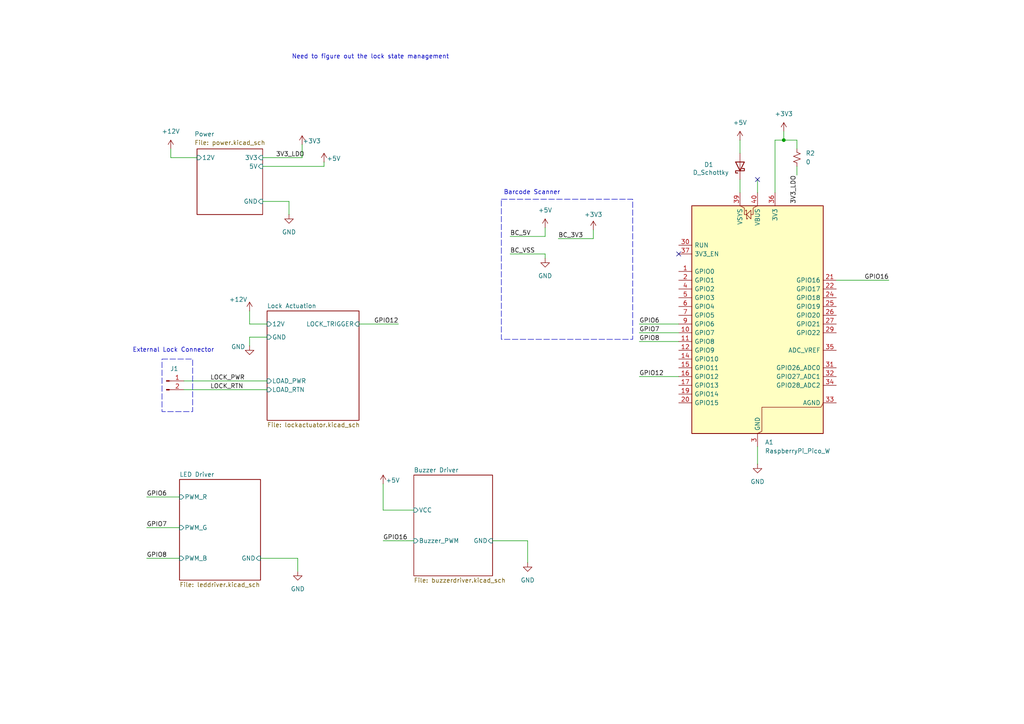
<source format=kicad_sch>
(kicad_sch (version 20250114) (generator "eeschema") (generator_version "9.0")
  (paper "A4")
  (lib_symbols
    (symbol "Connector:Conn_01x02_Pin" (pin_names (offset 1.016) (hide yes))
      (property "Reference" "J" (at 0 2.54 0))
      (property "Value" "Conn_01x02_Pin" (at 0 -5.08 0))
      (symbol "Conn_01x02_Pin_1_1"
        (rectangle (start 0.8636 0.127) (end 0 -0.127) (stroke (width 0.1524)) (fill (type outline)))
        (rectangle (start 0.8636 -2.413) (end 0 -2.667) (stroke (width 0.1524)) (fill (type outline)))
        (polyline (pts (xy 1.27 0) (xy 0.8636 0)) (stroke (width 0.1524)))
        (polyline (pts (xy 1.27 -2.54) (xy 0.8636 -2.54)) (stroke (width 0.1524)))
        (pin passive line (at 5.08 0 180) (length 3.81) (name "Pin_1") (number "1"))
        (pin passive line (at 5.08 -2.54 180) (length 3.81) (name "Pin_2") (number "2"))
      )
    )
    (symbol "Device:D_Schottky" (pin_numbers (hide yes)) (pin_names (offset 1.016) (hide yes))
      (property "Reference" "D" (at 0 2.54 0))
      (property "Value" "D_Schottky" (at 0 -2.54 0))
      (symbol "D_Schottky_0_1"
        (polyline (pts (xy -1.905 0.635) (xy -1.905 1.27) (xy -1.27 1.27) (xy -1.27 -1.27) (xy -0.635 -1.27) (xy -0.635 -0.635)) (stroke (width 0.254)))
        (polyline (pts (xy 1.27 1.27) (xy 1.27 -1.27) (xy -1.27 0) (xy 1.27 1.27)) (stroke (width 0.254)))
        (polyline (pts (xy 1.27 0) (xy -1.27 0)))
      )
      (symbol "D_Schottky_1_1"
        (pin passive line (at -3.81 0 0) (length 2.54) (name "K") (number "1"))
        (pin passive line (at 3.81 0 180) (length 2.54) (name "A") (number "2"))
      )
    )
    (symbol "Device:R_Small_US" (pin_numbers (hide yes)) (pin_names (offset 0.254) (hide yes))
      (property "Reference" "R" (at 0.762 0.508 0))
      (property "Value" "R_Small_US" (at 0.762 -1.016 0))
      (symbol "R_Small_US_1_1"
        (polyline (pts (xy 0 1.524) (xy 1.016 1.143) (xy 0 0.762) (xy -1.016 0.381) (xy 0 0)))
        (polyline (pts (xy 0 0) (xy 1.016 -0.381) (xy 0 -0.762) (xy -1.016 -1.143) (xy 0 -1.524)))
        (pin passive line (at 0 2.54 270) (length 1.016) (name "~") (number "1"))
        (pin passive line (at 0 -2.54 90) (length 1.016) (name "~") (number "2"))
      )
    )
    (symbol "MCU_Module:RaspberryPi_Pico_W" (pin_names (offset 0.762))
      (property "Reference" "A" (at -19.05 35.56 0))
      (property "Value" "RaspberryPi_Pico_W" (at 7.62 35.56 0))
      (symbol "RaspberryPi_Pico_W_0_1"
        (rectangle (start -19.05 34.29) (end 19.05 -31.75) (stroke (width 0.254)) (fill (type background)))
        (polyline (pts (xy -5.08 34.29) (xy -3.81 33.655) (xy -3.81 31.75) (xy -3.175 31.75)))
        (polyline (pts (xy -3.429 32.766) (xy -3.429 33.02) (xy -3.175 33.02) (xy -3.175 30.48) (xy -2.921 30.48) (xy -2.921 30.734)))
        (polyline (pts (xy -3.175 31.75) (xy -1.905 33.02) (xy -1.905 30.48) (xy -3.175 31.75)))
        (polyline (pts (xy 0 34.29) (xy -1.27 33.655) (xy -1.27 31.75) (xy -1.905 31.75)))
        (polyline (pts (xy 0 -31.75) (xy 1.27 -31.115) (xy 1.27 -24.13) (xy 18.415 -24.13) (xy 19.05 -22.86)))
      )
      (symbol "RaspberryPi_Pico_W_1_1"
        (pin passive line (at -22.86 22.86 0) (length 3.81) (name "RUN") (number "30"))
        (pin passive line (at -22.86 20.32 0) (length 3.81) (name "3V3_EN") (number "37"))
        (pin bidirectional line (at -22.86 15.24 0) (length 3.81) (name "GPIO0") (number "1"))
        (pin bidirectional line (at -22.86 12.7 0) (length 3.81) (name "GPIO1") (number "2"))
        (pin bidirectional line (at -22.86 10.16 0) (length 3.81) (name "GPIO2") (number "4"))
        (pin bidirectional line (at -22.86 7.62 0) (length 3.81) (name "GPIO3") (number "5"))
        (pin bidirectional line (at -22.86 5.08 0) (length 3.81) (name "GPIO4") (number "6"))
        (pin bidirectional line (at -22.86 2.54 0) (length 3.81) (name "GPIO5") (number "7"))
        (pin bidirectional line (at -22.86 0 0) (length 3.81) (name "GPIO6") (number "9"))
        (pin bidirectional line (at -22.86 -2.54 0) (length 3.81) (name "GPIO7") (number "10"))
        (pin bidirectional line (at -22.86 -5.08 0) (length 3.81) (name "GPIO8") (number "11"))
        (pin bidirectional line (at -22.86 -7.62 0) (length 3.81) (name "GPIO9") (number "12"))
        (pin bidirectional line (at -22.86 -10.16 0) (length 3.81) (name "GPIO10") (number "14"))
        (pin bidirectional line (at -22.86 -12.7 0) (length 3.81) (name "GPIO11") (number "15"))
        (pin bidirectional line (at -22.86 -15.24 0) (length 3.81) (name "GPIO12") (number "16"))
        (pin bidirectional line (at -22.86 -17.78 0) (length 3.81) (name "GPIO13") (number "17"))
        (pin bidirectional line (at -22.86 -20.32 0) (length 3.81) (name "GPIO14") (number "19"))
        (pin bidirectional line (at -22.86 -22.86 0) (length 3.81) (name "GPIO15") (number "20"))
        (pin power_in line (at -5.08 38.1 270) (length 3.81) (name "VSYS") (number "39"))
        (pin power_out line (at 0 38.1 270) (length 3.81) (name "VBUS") (number "40"))
        (pin passive line (at 0 -35.56 90) (length 3.81) (hide yes) (name "GND") (number "13"))
        (pin passive line (at 0 -35.56 90) (length 3.81) (hide yes) (name "GND") (number "18"))
        (pin passive line (at 0 -35.56 90) (length 3.81) (hide yes) (name "GND") (number "23"))
        (pin passive line (at 0 -35.56 90) (length 3.81) (hide yes) (name "GND") (number "28"))
        (pin power_out line (at 0 -35.56 90) (length 3.81) (name "GND") (number "3"))
        (pin passive line (at 0 -35.56 90) (length 3.81) (hide yes) (name "GND") (number "38"))
        (pin passive line (at 0 -35.56 90) (length 3.81) (hide yes) (name "GND") (number "8"))
        (pin power_out line (at 5.08 38.1 270) (length 3.81) (name "3V3") (number "36"))
        (pin bidirectional line (at 22.86 12.7 180) (length 3.81) (name "GPIO16") (number "21"))
        (pin bidirectional line (at 22.86 10.16 180) (length 3.81) (name "GPIO17") (number "22"))
        (pin bidirectional line (at 22.86 7.62 180) (length 3.81) (name "GPIO18") (number "24"))
        (pin bidirectional line (at 22.86 5.08 180) (length 3.81) (name "GPIO19") (number "25"))
        (pin bidirectional line (at 22.86 2.54 180) (length 3.81) (name "GPIO20") (number "26"))
        (pin bidirectional line (at 22.86 0 180) (length 3.81) (name "GPIO21") (number "27"))
        (pin bidirectional line (at 22.86 -2.54 180) (length 3.81) (name "GPIO22") (number "29"))
        (pin power_in line (at 22.86 -7.62 180) (length 3.81) (name "ADC_VREF") (number "35"))
        (pin bidirectional line (at 22.86 -12.7 180) (length 3.81) (name "GPIO26_ADC0") (number "31"))
        (pin bidirectional line (at 22.86 -15.24 180) (length 3.81) (name "GPIO27_ADC1") (number "32"))
        (pin bidirectional line (at 22.86 -17.78 180) (length 3.81) (name "GPIO28_ADC2") (number "34"))
        (pin power_out line (at 22.86 -22.86 180) (length 3.81) (name "AGND") (number "33"))
      )
    )
    (symbol "power:+3V3" (power) (pin_numbers (hide yes)) (pin_names (offset 0) (hide yes))
      (property "Value" "+3V3" (at 0 3.556 0))
      (symbol "+3V3_0_1"
        (polyline (pts (xy -0.762 1.27) (xy 0 2.54)))
        (polyline (pts (xy 0 2.54) (xy 0.762 1.27)))
        (polyline (pts (xy 0 0) (xy 0 2.54)))
      )
      (symbol "+3V3_1_1"
        (pin power_in line (at 0 0 90) (length 0) (name "~") (number "1"))
      )
    )
    (symbol "power:+5V" (power) (pin_numbers (hide yes)) (pin_names (offset 0) (hide yes))
      (property "Value" "+5V" (at 0 3.556 0))
      (symbol "+5V_0_1"
        (polyline (pts (xy -0.762 1.27) (xy 0 2.54)))
        (polyline (pts (xy 0 2.54) (xy 0.762 1.27)))
        (polyline (pts (xy 0 0) (xy 0 2.54)))
      )
      (symbol "+5V_1_1"
        (pin power_in line (at 0 0 90) (length 0) (name "~") (number "1"))
      )
    )
    (symbol "power:GND" (power) (pin_numbers (hide yes)) (pin_names (offset 0) (hide yes))
      (property "Value" "GND" (at 0 -3.81 0))
      (symbol "GND_0_1"
        (polyline (pts (xy 0 0) (xy 0 -1.27) (xy 1.27 -1.27) (xy 0 -2.54) (xy -1.27 -1.27) (xy 0 -1.27)))
      )
      (symbol "GND_1_1"
        (pin power_in line (at 0 0 270) (length 0) (name "~") (number "1"))
      )
    )
  )
  (rectangle (start 46.99 104.14) (end 55.88 119.38) (stroke (width 0) (type dash)))
  (rectangle (start 145.415 57.785) (end 183.515 98.425) (stroke (width 0) (type dash)))
  (text "External Lock Connector\n" (at 50.292 101.6 0) (effects (font (size 1.27 1.27))))
  (text "Barcode Scanner\n" (at 154.305 55.88 0) (effects (font (size 1.27 1.27))))
  (text "Need to figure out the lock state management\n" (at 107.442 16.51 0) (effects (font (size 1.27 1.27))))
  (junction (at 227.33 40.64))
  (no_connect (at 196.85 73.66))
  (no_connect (at 219.71 52.07))
  (wire (pts (xy 104.14 93.98) (xy 115.57 93.98)))
  (wire (pts (xy 242.57 81.28) (xy 257.81 81.28)))
  (wire (pts (xy 158.115 66.04) (xy 158.115 68.58)))
  (wire (pts (xy 185.42 93.98) (xy 196.85 93.98)))
  (wire (pts (xy 57.15 45.72) (xy 49.53 45.72)))
  (wire (pts (xy 142.875 156.845) (xy 153.035 156.845)))
  (wire (pts (xy 111.125 140.335) (xy 111.125 147.955)))
  (wire (pts (xy 227.33 40.64) (xy 231.14 40.64)))
  (wire (pts (xy 75.565 161.925) (xy 86.36 161.925)))
  (wire (pts (xy 87.63 41.91) (xy 87.63 45.72)))
  (wire (pts (xy 227.33 40.64) (xy 224.79 40.64)))
  (wire (pts (xy 111.125 147.955) (xy 120.015 147.955)))
  (wire (pts (xy 76.2 45.72) (xy 87.63 45.72)))
  (wire (pts (xy 76.2 48.26) (xy 93.98 48.26)))
  (wire (pts (xy 219.71 52.07) (xy 219.71 55.88)))
  (wire (pts (xy 185.42 99.06) (xy 196.85 99.06)))
  (wire (pts (xy 42.545 161.925) (xy 52.07 161.925)))
  (wire (pts (xy 172.085 66.675) (xy 172.085 69.215)))
  (wire (pts (xy 214.63 40.64) (xy 214.63 44.45)))
  (wire (pts (xy 153.035 156.845) (xy 153.035 163.195)))
  (wire (pts (xy 231.14 48.26) (xy 231.14 50.8)))
  (wire (pts (xy 53.34 110.49) (xy 77.47 110.49)))
  (wire (pts (xy 77.47 93.98) (xy 72.39 93.98)))
  (wire (pts (xy 185.42 96.52) (xy 196.85 96.52)))
  (wire (pts (xy 227.33 38.1) (xy 227.33 40.64)))
  (wire (pts (xy 42.545 153.035) (xy 52.07 153.035)))
  (wire (pts (xy 72.39 97.79) (xy 72.39 100.33)))
  (wire (pts (xy 77.47 97.79) (xy 72.39 97.79)))
  (wire (pts (xy 214.63 52.07) (xy 214.63 55.88)))
  (wire (pts (xy 72.39 90.17) (xy 72.39 93.98)))
  (wire (pts (xy 231.14 40.64) (xy 231.14 43.18)))
  (wire (pts (xy 147.955 73.66) (xy 158.115 73.66)))
  (wire (pts (xy 76.2 58.42) (xy 83.82 58.42)))
  (wire (pts (xy 83.82 58.42) (xy 83.82 62.23)))
  (wire (pts (xy 158.115 73.66) (xy 158.115 74.93)))
  (wire (pts (xy 49.53 45.72) (xy 49.53 43.18)))
  (wire (pts (xy 219.71 129.54) (xy 219.71 134.62)))
  (wire (pts (xy 53.34 113.03) (xy 77.47 113.03)))
  (wire (pts (xy 93.98 48.26) (xy 93.98 46.99)))
  (wire (pts (xy 161.925 69.215) (xy 172.085 69.215)))
  (wire (pts (xy 111.125 156.845) (xy 120.015 156.845)))
  (wire (pts (xy 147.955 68.58) (xy 158.115 68.58)))
  (wire (pts (xy 224.79 40.64) (xy 224.79 55.88)))
  (wire (pts (xy 86.36 161.925) (xy 86.36 165.735)))
  (wire (pts (xy 185.42 109.22) (xy 196.85 109.22)))
  (wire (pts (xy 42.545 144.145) (xy 52.07 144.145)))
  (label "GPIO7" (at 185.42 96.52 0))
  (label "LOCK_PWR" (at 60.96 110.49 0))
  (label "LOCK_RTN" (at 60.96 113.03 0))
  (label "3V3_LDO" (at 80.01 45.72 0))
  (label "GPIO8" (at 42.545 161.925 0))
  (label "BC_5V" (at 147.955 68.58 0))
  (label "GPIO8" (at 185.42 99.06 0))
  (label "GPIO12" (at 185.42 109.22 0))
  (label "GPIO16" (at 111.125 156.845 0))
  (label "GPIO12" (at 115.57 93.98 180))
  (label "3V3_LDO" (at 231.14 50.8 270))
  (label "GPIO6" (at 185.42 93.98 0))
  (label "BC_3V3" (at 161.925 69.215 0))
  (label "GPIO16" (at 257.81 81.28 180))
  (label "BC_VSS" (at 147.955 73.66 0))
  (label "GPIO7" (at 42.545 153.035 0))
  (label "GPIO6" (at 42.545 144.145 0))
  (symbol (lib_id "power:GND") (at 83.82 62.23 0) (unit 1)
    (property "Reference" "#PWR048" (effects (hide yes)))
    (property "Value" "GND" (at 83.82 67.31 0))
    (property "Description" "Power symbol creates a global label with name \"GND\" , ground" (effects (hide yes)))
  )
  (symbol (lib_id "power:+3V3") (at 87.63 41.91 0) (unit 1)
    (property "Reference" "#PWR018" (effects (hide yes)))
    (property "Value" "+3V3" (at 90.424 40.894 0))
    (property "Description" "Power symbol creates a global label with name \"+3V3\"" (effects (hide yes)))
  )
  (symbol (lib_id "power:+3V3") (at 227.33 38.1 0) (unit 1)
    (property "Reference" "#PWR045" (effects (hide yes)))
    (property "Value" "+3V3" (at 227.33 33.02 0))
    (property "Description" "Power symbol creates a global label with name \"+3V3\"" (effects (hide yes)))
  )
  (symbol (lib_id "power:+3V3") (at 214.63 40.64 0) (unit 1)
    (property "Reference" "#PWR051" (effects (hide yes)))
    (property "Value" "+5V" (at 214.63 35.56 0))
    (property "Description" "Power symbol creates a global label with name \"+3V3\"" (effects (hide yes)))
  )
  (symbol (lib_id "power:+3V3") (at 93.98 46.99 0) (unit 1)
    (property "Reference" "#PWR047" (effects (hide yes)))
    (property "Value" "+5V" (at 96.774 45.974 0))
    (property "Description" "Power symbol creates a global label with name \"+3V3\"" (effects (hide yes)))
  )
  (symbol (lib_id "power:+5V") (at 158.115 66.04 0) (unit 1)
    (property "Reference" "#PWR015" (effects (hide yes)))
    (property "Value" "+5V" (at 158.115 60.96 0))
    (property "Description" "Power symbol creates a global label with name \"+5V\"" (effects (hide yes)))
  )
  (symbol (lib_id "power:GND") (at 158.115 74.93 0) (unit 1)
    (property "Reference" "#PWR016" (effects (hide yes)))
    (property "Value" "GND" (at 158.115 80.01 0))
    (property "Description" "Power symbol creates a global label with name \"GND\" , ground" (effects (hide yes)))
  )
  (symbol (lib_id "power:GND") (at 219.71 134.62 0) (unit 1)
    (property "Reference" "#PWR01" (effects (hide yes)))
    (property "Value" "GND" (at 219.71 139.7 0))
    (property "Description" "Power symbol creates a global label with name \"GND\" , ground" (effects (hide yes)))
  )
  (symbol (lib_id "power:GND") (at 86.36 165.735 0) (unit 1)
    (property "Reference" "#PWR012" (effects (hide yes)))
    (property "Value" "GND" (at 86.36 170.815 0))
    (property "Description" "Power symbol creates a global label with name \"GND\" , ground" (effects (hide yes)))
  )
  (symbol (lib_id "MCU_Module:RaspberryPi_Pico_W") (at 219.71 93.98 0) (unit 1)
    (property "Reference" "A1" (at 221.8533 128.27 0) (effects (justify left)))
    (property "Value" "RaspberryPi_Pico_W" (at 221.8533 130.81 0) (effects (justify left)))
    (property "Footprint" "Module:RaspberryPi_Pico_W_SMD_HandSolder" (effects (hide yes)))
    (property "Datasheet" "https://datasheets.raspberrypi.com/picow/pico-w-datasheet.pdf" (effects (hide yes)))
    (property "Description" "Versatile and inexpensive wireless microcontroller module powered by RP2040 dual-core Arm Cortex-M0+ processor up to 133 MHz, 264kB SRAM, 2MB QSPI flash, Infineon CYW43439 2.4GHz 802.11n wireless LAN; also supports Raspberry Pi Pico 2 W" (effects (hide yes)))
  )
  (symbol (lib_id "power:+3V3") (at 111.125 140.335 0) (unit 1)
    (property "Reference" "#PWR014" (effects (hide yes)))
    (property "Value" "+5V" (at 113.919 139.319 0))
    (property "Description" "Power symbol creates a global label with name \"+3V3\"" (effects (hide yes)))
  )
  (symbol (lib_id "power:+3V3") (at 72.39 90.17 0) (unit 1)
    (property "Reference" "#PWR049" (effects (hide yes)))
    (property "Value" "+12V" (at 69.088 86.868 0))
    (property "Description" "Power symbol creates a global label with name \"+3V3\"" (effects (hide yes)))
  )
  (symbol (lib_id "Device:R_Small_US") (at 231.14 45.72 0) (unit 1)
    (property "Reference" "R2" (at 233.68 44.4499 0) (effects (justify left)))
    (property "Value" "0" (at 233.68 46.9899 0) (effects (justify left)))
    (property "Description" "Resistor, small US symbol" (effects (hide yes)))
  )
  (symbol (lib_id "power:GND") (at 72.39 100.33 0) (unit 1)
    (property "Reference" "#PWR050" (effects (hide yes)))
    (property "Value" "GND" (at 69.088 100.584 0))
    (property "Description" "Power symbol creates a global label with name \"GND\" , ground" (effects (hide yes)))
  )
  (symbol (lib_id "Device:D_Schottky") (at 214.63 48.26 90) (unit 1)
    (property "Reference" "D1" (at 204.216 47.752 90) (effects (justify right)))
    (property "Value" "D_Schottky" (at 200.914 50.038 90) (effects (justify right)))
    (property "Description" "Schottky diode" (effects (hide yes)))
  )
  (symbol (lib_id "power:GND") (at 153.035 163.195 0) (unit 1)
    (property "Reference" "#PWR013" (effects (hide yes)))
    (property "Value" "GND" (at 153.035 168.275 0))
    (property "Description" "Power symbol creates a global label with name \"GND\" , ground" (effects (hide yes)))
  )
  (symbol (lib_id "power:+5V") (at 172.085 66.675 0) (unit 1)
    (property "Reference" "#PWR017" (effects (hide yes)))
    (property "Value" "+3V3" (at 172.085 62.23 0))
    (property "Description" "Power symbol creates a global label with name \"+5V\"" (effects (hide yes)))
  )
  (symbol (lib_id "Connector:Conn_01x02_Pin") (at 48.26 110.49 0) (unit 1)
    (property "Reference" "J1" (at 50.546 106.934 0))
    (property "Value" "Conn_01x02_Pin" (effects (hide yes)))
    (property "Description" "Generic connector, single row, 01x02, script generated" (effects (hide yes)))
  )
  (symbol (lib_id "power:+3V3") (at 49.53 43.18 0) (unit 1)
    (property "Reference" "#PWR046" (effects (hide yes)))
    (property "Value" "+12V" (at 49.53 38.1 0))
    (property "Description" "Power symbol creates a global label with name \"+3V3\"" (effects (hide yes)))
  )
  (sheet (at 57.15 43.18) (size 19.05 19.05) (stroke (width 0.1524))
    (property "Sheetname" "Power" (at 56.388 39.624 0) (effects (justify left bottom)))
    (property "Sheetfile" "power.kicad_sch" (at 56.388 40.64 0) (effects (justify left top)))
    (pin "GND" input (at 76.2 58.42 0))
    (pin "5V" input (at 76.2 48.26 0))
    (pin "12V" input (at 57.15 45.72 180))
    (pin "3V3" input (at 76.2 45.72 0))
  )
  (sheet (at 77.47 90.17) (size 26.67 31.75) (stroke (width 0.1524))
    (property "Sheetname" "Lock Actuation" (at 77.47 89.4584 0) (effects (justify left bottom)))
    (property "Sheetfile" "lockactuator.kicad_sch" (at 77.47 122.5046 0) (effects (justify left top)))
    (pin "12V" input (at 77.47 93.98 180))
    (pin "LOAD_PWR" input (at 77.47 110.49 180))
    (pin "LOAD_RTN" input (at 77.47 113.03 180))
    (pin "LOCK_TRIGGER" input (at 104.14 93.98 0))
    (pin "GND" input (at 77.47 97.79 180))
  )
  (sheet (at 120.015 137.795) (size 22.86 29.21) (stroke (width 0.1524))
    (property "Sheetname" "Buzzer Driver" (at 120.015 137.0834 0) (effects (justify left bottom)))
    (property "Sheetfile" "buzzerdriver.kicad_sch" (at 120.015 167.5896 0) (effects (justify left top)))
    (pin "Buzzer_PWM" input (at 120.015 156.845 180))
    (pin "GND" input (at 142.875 156.845 0))
    (pin "VCC" input (at 120.015 147.955 180))
  )
  (sheet (at 52.07 139.065) (size 23.495 29.21) (stroke (width 0.1524))
    (property "Sheetname" "LED Driver" (at 52.07 138.3534 0) (effects (justify left bottom)))
    (property "Sheetfile" "leddriver.kicad_sch" (at 52.07 168.8596 0) (effects (justify left top)))
    (pin "PWM_G" input (at 52.07 153.035 180))
    (pin "PWM_R" input (at 52.07 144.145 180))
    (pin "GND" input (at 75.565 161.925 0))
    (pin "PWM_B" input (at 52.07 161.925 180))
  )
)
</source>
